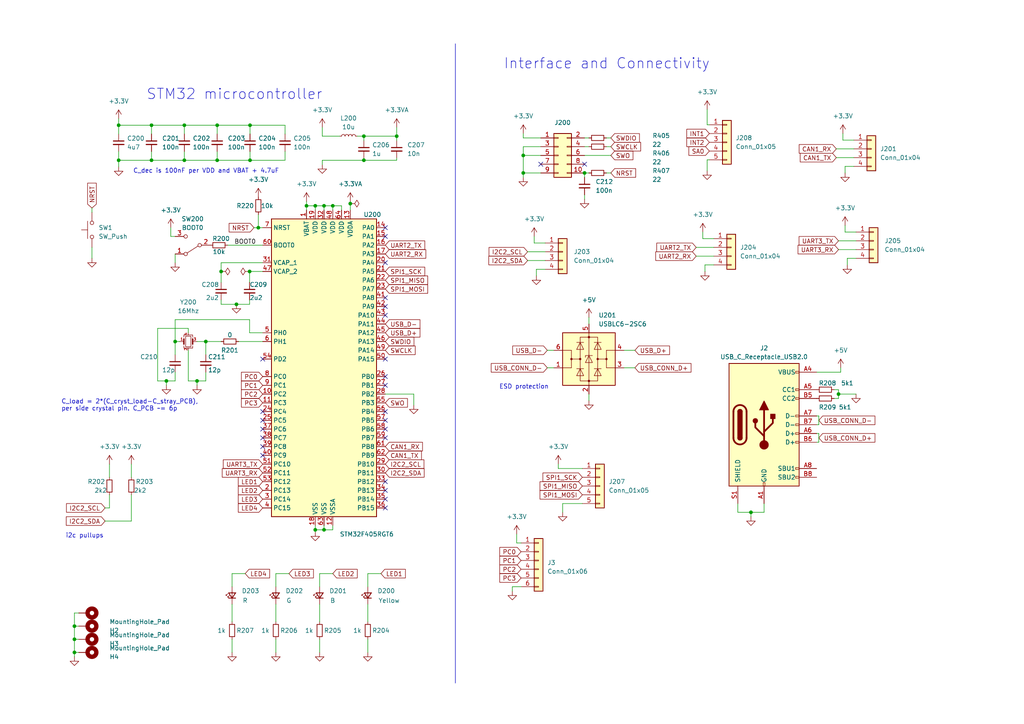
<source format=kicad_sch>
(kicad_sch (version 20230121) (generator eeschema)
  (paper "A4")
  (junction (at 62.992 36.322))
  (junction (at 59.69 99.06))
  (junction (at 34.417 36.322))
  (junction (at 72.517 36.322))
  (junction (at 53.467 36.322))
  (junction (at 62.992 46.482))
  (junction (at 72.39 78.74))
  (junction (at 101.6 59.055))
  (junction (at 68.58 88.265))
  (junction (at 74.93 66.04))
  (junction (at 105.537 39.497))
  (junction (at 43.942 46.482))
  (junction (at 88.9 59.69))
  (junction (at 96.52 59.69))
  (junction (at 91.44 59.69))
  (junction (at 93.98 153.67))
  (junction (at 72.517 46.482))
  (junction (at 43.942 36.322))
  (junction (at 48.26 110.49))
  (junction (at 53.467 46.482))
  (junction (at 21.59 185.42))
  (junction (at 243.205 114.3))
  (junction (at 34.417 46.482))
  (junction (at 91.44 153.67))
  (junction (at 93.98 59.69))
  (junction (at 64.135 78.74))
  (junction (at 217.805 148.59))
  (junction (at 21.59 189.23))
  (junction (at 105.537 46.482))
  (junction (at 115.062 39.497))
  (junction (at 50.8 99.06))
  (junction (at 151.765 50.165))
  (junction (at 57.15 110.49))
  (junction (at 169.545 50.165))
  (junction (at 151.765 45.085))
  (junction (at 21.59 181.61))
  (no_connect (at 76.2 121.92))
  (no_connect (at 111.76 119.38))
  (no_connect (at 111.76 88.9))
  (no_connect (at 111.76 91.44))
  (no_connect (at 111.76 147.32))
  (no_connect (at 111.76 139.7))
  (no_connect (at 111.76 109.22))
  (no_connect (at 76.2 129.54))
  (no_connect (at 76.2 124.46))
  (no_connect (at 169.545 47.625))
  (no_connect (at 111.76 142.24))
  (no_connect (at 111.76 68.58))
  (no_connect (at 111.76 104.14))
  (no_connect (at 76.2 119.38))
  (no_connect (at 111.76 124.46))
  (no_connect (at 111.76 76.2))
  (no_connect (at 76.2 104.14))
  (no_connect (at 76.2 132.08))
  (no_connect (at 111.76 111.76))
  (no_connect (at 111.76 127))
  (no_connect (at 111.76 66.04))
  (no_connect (at 156.845 47.625))
  (no_connect (at 76.2 127))
  (no_connect (at 111.76 86.36))
  (no_connect (at 111.76 144.78))
  (no_connect (at 111.76 121.92))
  (wire (pts (xy 62.992 46.482) (xy 53.467 46.482)))
  (wire (pts (xy 247.65 40.64) (xy 244.475 40.64)))
  (wire (pts (xy 169.545 56.515) (xy 169.545 57.785)))
  (wire (pts (xy 169.545 40.005) (xy 170.815 40.005)))
  (wire (pts (xy 62.992 36.322) (xy 53.467 36.322)))
  (wire (pts (xy 88.9 58.42) (xy 88.9 59.69)))
  (wire (pts (xy 169.545 50.165) (xy 169.545 51.435)))
  (wire (pts (xy 43.942 46.482) (xy 34.417 46.482)))
  (wire (pts (xy 21.59 181.61) (xy 21.59 185.42)))
  (wire (pts (xy 236.855 128.27) (xy 237.49 128.27)))
  (wire (pts (xy 175.895 40.005) (xy 177.165 40.005)))
  (wire (pts (xy 21.59 185.42) (xy 21.59 189.23)))
  (wire (pts (xy 115.062 45.847) (xy 115.062 46.482)))
  (wire (pts (xy 59.69 99.06) (xy 64.135 99.06)))
  (wire (pts (xy 50.8 107.95) (xy 50.8 110.49)))
  (wire (pts (xy 221.615 148.59) (xy 221.615 146.05)))
  (wire (pts (xy 21.59 189.23) (xy 22.86 189.23)))
  (wire (pts (xy 180.975 101.6) (xy 184.15 101.6)))
  (wire (pts (xy 205.74 46.355) (xy 205.105 46.355)))
  (wire (pts (xy 243.205 114.3) (xy 243.205 115.57)))
  (wire (pts (xy 151.765 40.005) (xy 156.845 40.005)))
  (wire (pts (xy 69.215 99.06) (xy 76.2 99.06)))
  (wire (pts (xy 72.517 46.482) (xy 62.992 46.482)))
  (wire (pts (xy 67.31 185.42) (xy 67.31 189.23)))
  (wire (pts (xy 151.765 45.085) (xy 151.765 50.165)))
  (wire (pts (xy 161.925 135.89) (xy 161.925 134.62)))
  (wire (pts (xy 72.517 43.942) (xy 72.517 46.482)))
  (wire (pts (xy 158.75 101.6) (xy 160.655 101.6)))
  (wire (pts (xy 158.75 106.68) (xy 160.655 106.68)))
  (wire (pts (xy 57.15 110.49) (xy 59.69 110.49)))
  (wire (pts (xy 170.815 114.3) (xy 170.815 116.205)))
  (wire (pts (xy 111.76 114.3) (xy 120.015 114.3)))
  (wire (pts (xy 207.01 69.215) (xy 203.835 69.215)))
  (wire (pts (xy 80.01 175.26) (xy 80.01 180.34)))
  (wire (pts (xy 67.31 175.26) (xy 67.31 180.34)))
  (wire (pts (xy 115.062 39.497) (xy 105.537 39.497)))
  (wire (pts (xy 53.467 36.322) (xy 53.467 38.862)))
  (wire (pts (xy 236.855 107.95) (xy 243.84 107.95)))
  (wire (pts (xy 31.75 143.51) (xy 31.75 147.32)))
  (wire (pts (xy 245.11 67.31) (xy 245.11 65.405)))
  (wire (pts (xy 82.677 36.322) (xy 72.517 36.322)))
  (wire (pts (xy 83.82 166.37) (xy 80.01 166.37)))
  (wire (pts (xy 45.72 110.49) (xy 48.26 110.49)))
  (wire (pts (xy 72.39 86.995) (xy 72.39 88.265)))
  (wire (pts (xy 73.66 66.04) (xy 74.93 66.04)))
  (wire (pts (xy 101.6 58.42) (xy 101.6 59.055)))
  (wire (pts (xy 53.467 46.482) (xy 43.942 46.482)))
  (wire (pts (xy 106.68 185.42) (xy 106.68 189.23)))
  (wire (pts (xy 26.67 60.325) (xy 26.67 61.595)))
  (wire (pts (xy 74.93 66.04) (xy 76.2 66.04)))
  (wire (pts (xy 204.47 76.835) (xy 204.47 78.74)))
  (wire (pts (xy 158.115 70.485) (xy 154.94 70.485)))
  (wire (pts (xy 217.805 148.59) (xy 217.805 149.86)))
  (wire (pts (xy 169.545 42.545) (xy 170.815 42.545)))
  (wire (pts (xy 26.67 71.755) (xy 26.67 74.93)))
  (wire (pts (xy 201.93 74.295) (xy 207.01 74.295)))
  (wire (pts (xy 99.06 59.69) (xy 96.52 59.69)))
  (wire (pts (xy 154.94 70.485) (xy 154.94 68.58)))
  (wire (pts (xy 96.52 59.69) (xy 93.98 59.69)))
  (wire (pts (xy 54.61 101.6) (xy 54.61 110.49)))
  (wire (pts (xy 92.71 185.42) (xy 92.71 189.23)))
  (wire (pts (xy 115.062 36.957) (xy 115.062 39.497)))
  (wire (pts (xy 236.855 123.19) (xy 237.49 123.19)))
  (wire (pts (xy 72.39 78.74) (xy 76.2 78.74)))
  (wire (pts (xy 151.765 42.545) (xy 151.765 45.085)))
  (wire (pts (xy 59.69 107.95) (xy 59.69 110.49)))
  (wire (pts (xy 21.59 185.42) (xy 22.86 185.42)))
  (wire (pts (xy 71.12 166.37) (xy 67.31 166.37)))
  (wire (pts (xy 169.545 45.085) (xy 177.165 45.085)))
  (wire (pts (xy 53.467 36.322) (xy 43.942 36.322)))
  (wire (pts (xy 54.61 96.52) (xy 54.61 95.25)))
  (wire (pts (xy 64.135 88.265) (xy 68.58 88.265)))
  (wire (pts (xy 213.995 148.59) (xy 217.805 148.59)))
  (wire (pts (xy 91.44 59.69) (xy 91.44 60.96)))
  (wire (pts (xy 92.71 166.37) (xy 92.71 170.18)))
  (wire (pts (xy 151.13 157.48) (xy 149.86 157.48)))
  (wire (pts (xy 72.39 88.265) (xy 68.58 88.265)))
  (wire (pts (xy 241.935 113.03) (xy 243.205 113.03)))
  (wire (pts (xy 93.472 39.497) (xy 98.552 39.497)))
  (wire (pts (xy 243.205 72.39) (xy 248.285 72.39)))
  (wire (pts (xy 38.1 143.51) (xy 38.1 151.13)))
  (wire (pts (xy 62.992 43.942) (xy 62.992 46.482)))
  (wire (pts (xy 72.517 36.322) (xy 62.992 36.322)))
  (wire (pts (xy 106.68 175.26) (xy 106.68 180.34)))
  (wire (pts (xy 57.15 110.49) (xy 57.15 111.76)))
  (wire (pts (xy 54.61 95.25) (xy 45.72 95.25)))
  (wire (pts (xy 93.472 46.482) (xy 105.537 46.482)))
  (wire (pts (xy 21.59 177.8) (xy 22.86 177.8)))
  (wire (pts (xy 170.815 92.075) (xy 170.815 93.98)))
  (wire (pts (xy 88.9 59.69) (xy 88.9 60.96)))
  (wire (pts (xy 57.15 99.06) (xy 59.69 99.06)))
  (wire (pts (xy 115.062 40.767) (xy 115.062 39.497)))
  (wire (pts (xy 158.115 78.105) (xy 155.575 78.105)))
  (wire (pts (xy 64.135 86.995) (xy 64.135 88.265)))
  (wire (pts (xy 93.98 59.69) (xy 93.98 60.96)))
  (wire (pts (xy 74.93 62.23) (xy 74.93 66.04)))
  (wire (pts (xy 245.745 74.93) (xy 245.745 76.835)))
  (wire (pts (xy 21.59 189.23) (xy 21.59 190.5)))
  (wire (pts (xy 96.52 152.4) (xy 96.52 153.67)))
  (wire (pts (xy 82.677 46.482) (xy 72.517 46.482)))
  (wire (pts (xy 59.69 99.06) (xy 59.69 102.87)))
  (wire (pts (xy 50.8 68.58) (xy 49.53 68.58)))
  (wire (pts (xy 99.06 60.96) (xy 99.06 59.69)))
  (wire (pts (xy 203.835 69.215) (xy 203.835 67.31)))
  (wire (pts (xy 207.01 76.835) (xy 204.47 76.835)))
  (wire (pts (xy 149.86 157.48) (xy 149.86 154.94)))
  (wire (pts (xy 92.71 175.26) (xy 92.71 180.34)))
  (wire (pts (xy 30.48 147.32) (xy 31.75 147.32)))
  (wire (pts (xy 156.845 42.545) (xy 151.765 42.545)))
  (wire (pts (xy 82.677 38.862) (xy 82.677 36.322)))
  (wire (pts (xy 243.205 115.57) (xy 241.935 115.57)))
  (wire (pts (xy 156.845 50.165) (xy 151.765 50.165)))
  (wire (pts (xy 101.6 59.055) (xy 101.6 60.96)))
  (wire (pts (xy 93.98 152.4) (xy 93.98 153.67)))
  (wire (pts (xy 242.57 45.72) (xy 247.65 45.72)))
  (wire (pts (xy 105.537 39.497) (xy 105.537 40.767)))
  (wire (pts (xy 21.59 181.61) (xy 22.86 181.61)))
  (wire (pts (xy 93.472 47.752) (xy 93.472 46.482)))
  (wire (pts (xy 236.855 125.73) (xy 237.49 125.73)))
  (wire (pts (xy 243.205 114.3) (xy 248.285 114.3)))
  (wire (pts (xy 53.467 43.942) (xy 53.467 46.482)))
  (wire (pts (xy 96.52 59.69) (xy 96.52 60.96)))
  (wire (pts (xy 96.52 153.67) (xy 93.98 153.67)))
  (wire (pts (xy 115.062 46.482) (xy 105.537 46.482)))
  (polyline (pts (xy 132.08 12.7) (xy 132.08 198.12)))
  (wire (pts (xy 244.475 40.64) (xy 244.475 38.735)))
  (wire (pts (xy 43.942 36.322) (xy 43.942 38.862)))
  (wire (pts (xy 243.84 107.95) (xy 243.84 106.68)))
  (wire (pts (xy 236.855 120.65) (xy 237.49 120.65)))
  (wire (pts (xy 31.75 134.62) (xy 31.75 138.43)))
  (wire (pts (xy 242.57 43.18) (xy 247.65 43.18)))
  (wire (pts (xy 62.992 36.322) (xy 62.992 38.862)))
  (wire (pts (xy 21.59 181.61) (xy 21.59 177.8)))
  (wire (pts (xy 43.942 43.942) (xy 43.942 46.482)))
  (wire (pts (xy 163.195 146.05) (xy 163.195 148.59)))
  (wire (pts (xy 201.93 71.755) (xy 207.01 71.755)))
  (wire (pts (xy 153.035 75.565) (xy 158.115 75.565)))
  (wire (pts (xy 120.015 114.3) (xy 120.015 117.475)))
  (wire (pts (xy 72.517 36.322) (xy 72.517 38.862)))
  (wire (pts (xy 80.01 166.37) (xy 80.01 170.18)))
  (wire (pts (xy 93.472 36.957) (xy 93.472 39.497)))
  (wire (pts (xy 148.59 170.18) (xy 151.13 170.18)))
  (wire (pts (xy 155.575 78.105) (xy 155.575 80.01)))
  (wire (pts (xy 168.91 135.89) (xy 161.925 135.89)))
  (wire (pts (xy 237.49 125.73) (xy 237.49 128.27)))
  (wire (pts (xy 245.11 48.26) (xy 245.11 50.165)))
  (wire (pts (xy 52.07 99.06) (xy 50.8 99.06)))
  (wire (pts (xy 72.39 92.71) (xy 50.8 92.71)))
  (wire (pts (xy 237.49 120.65) (xy 237.49 123.19)))
  (wire (pts (xy 34.417 34.417) (xy 34.417 36.322)))
  (wire (pts (xy 50.8 99.06) (xy 50.8 102.87)))
  (wire (pts (xy 205.105 31.75) (xy 205.105 36.195)))
  (wire (pts (xy 175.895 42.545) (xy 177.165 42.545)))
  (wire (pts (xy 43.942 36.322) (xy 34.417 36.322)))
  (wire (pts (xy 248.285 67.31) (xy 245.11 67.31)))
  (wire (pts (xy 67.31 166.37) (xy 67.31 170.18)))
  (wire (pts (xy 50.8 73.66) (xy 50.8 76.2)))
  (wire (pts (xy 34.417 43.942) (xy 34.417 46.482)))
  (wire (pts (xy 38.1 134.62) (xy 38.1 138.43)))
  (wire (pts (xy 217.805 148.59) (xy 221.615 148.59)))
  (wire (pts (xy 243.205 113.03) (xy 243.205 114.3)))
  (wire (pts (xy 148.59 171.45) (xy 148.59 170.18)))
  (wire (pts (xy 91.44 152.4) (xy 91.44 153.67)))
  (wire (pts (xy 48.26 110.49) (xy 48.26 111.76)))
  (wire (pts (xy 34.417 46.482) (xy 34.417 48.387)))
  (wire (pts (xy 64.135 78.74) (xy 64.135 76.2)))
  (wire (pts (xy 72.39 96.52) (xy 72.39 92.71)))
  (wire (pts (xy 168.91 146.05) (xy 163.195 146.05)))
  (wire (pts (xy 91.44 59.69) (xy 88.9 59.69)))
  (wire (pts (xy 151.765 50.165) (xy 151.765 51.435)))
  (wire (pts (xy 106.68 166.37) (xy 106.68 170.18)))
  (wire (pts (xy 80.01 185.42) (xy 80.01 189.23)))
  (wire (pts (xy 72.39 81.915) (xy 72.39 78.74)))
  (wire (pts (xy 213.995 146.05) (xy 213.995 148.59)))
  (wire (pts (xy 243.205 69.85) (xy 248.285 69.85)))
  (wire (pts (xy 50.8 110.49) (xy 48.26 110.49)))
  (wire (pts (xy 76.2 96.52) (xy 72.39 96.52)))
  (wire (pts (xy 105.537 46.482) (xy 105.537 45.847)))
  (wire (pts (xy 105.537 39.497) (xy 103.632 39.497)))
  (wire (pts (xy 91.44 153.67) (xy 91.44 154.305)))
  (wire (pts (xy 54.61 110.49) (xy 57.15 110.49)))
  (wire (pts (xy 175.895 50.165) (xy 177.165 50.165)))
  (wire (pts (xy 205.105 46.355) (xy 205.105 49.53)))
  (wire (pts (xy 151.765 45.085) (xy 156.845 45.085)))
  (wire (pts (xy 45.72 95.25) (xy 45.72 110.49)))
  (wire (pts (xy 38.1 151.13) (xy 30.48 151.13)))
  (wire (pts (xy 82.677 43.942) (xy 82.677 46.482)))
  (wire (pts (xy 169.545 50.165) (xy 170.815 50.165)))
  (wire (pts (xy 34.417 36.322) (xy 34.417 38.862)))
  (wire (pts (xy 64.135 81.915) (xy 64.135 78.74)))
  (wire (pts (xy 110.49 166.37) (xy 106.68 166.37)))
  (wire (pts (xy 151.765 38.735) (xy 151.765 40.005)))
  (wire (pts (xy 180.975 106.68) (xy 184.15 106.68)))
  (wire (pts (xy 93.98 153.67) (xy 91.44 153.67)))
  (wire (pts (xy 96.52 166.37) (xy 92.71 166.37)))
  (wire (pts (xy 248.285 74.93) (xy 245.745 74.93)))
  (wire (pts (xy 205.105 36.195) (xy 205.74 36.195)))
  (wire (pts (xy 66.04 71.12) (xy 76.2 71.12)))
  (wire (pts (xy 50.8 92.71) (xy 50.8 99.06)))
  (wire (pts (xy 49.53 68.58) (xy 49.53 66.04)))
  (wire (pts (xy 247.65 48.26) (xy 245.11 48.26)))
  (wire (pts (xy 93.98 59.69) (xy 91.44 59.69)))
  (wire (pts (xy 153.035 73.025) (xy 158.115 73.025)))
  (wire (pts (xy 64.135 76.2) (xy 76.2 76.2)))
  (text "Interface and Connectivity\n" (at 146.05 20.32 0) (effects (font (size 3 3)) (justify left bottom)))
  (text "i2c pullups" (at 19.05 156.21 0) (effects (font (size 1.27 1.27)) (justify left bottom)))
  (text "C_load = 2*(C_cryst_load-C_stray_PCB),\nper side crystal pin. C_PCB ~= 6p\n" (at 17.78 119.38 0) (effects (font (size 1.27 1.27)) (justify left bottom)))
  (text "ESD protection" (at 144.78 113.03 0) (effects (font (size 1.27 1.27)) (justify left bottom)))
  (text "STM32 microcontroller\n" (at 42.418 29.21 0) (effects (font (size 3 3)) (justify left bottom)))
  (text "C_dec is 100nF per VDD and VBAT + 4.7uF\n" (at 38.608 50.419 0) (effects (font (size 1.27 1.27)) (justify left bottom)))
  (label "BOOT0" (at 67.945 71.12 0))
  (global_label "SWCLK" (shape input) (at 177.165 42.545 0) (property "Intersheetrefs" "${INTERSHEET_REFS}" (effects hide)))
  (global_label "USB_CONN_D+" (shape input) (at 184.15 106.68 0) (property "Intersheetrefs" "${INTERSHEET_REFS}" (effects hide)))
  (global_label "PC1" (shape input) (at 76.2 111.76 180) (property "Intersheetrefs" "${INTERSHEET_REFS}" (effects hide)))
  (global_label "CAN1_TX" (shape input) (at 111.76 132.08 0) (property "Intersheetrefs" "${INTERSHEET_REFS}" (effects hide)))
  (global_label "USB_CONN_D+" (shape input) (at 237.49 127 0) (property "Intersheetrefs" "${INTERSHEET_REFS}" (effects hide)))
  (global_label "CAN1_RX" (shape input) (at 242.57 43.18 180) (property "Intersheetrefs" "${INTERSHEET_REFS}" (effects hide)))
  (global_label "SPI1_MOSI" (shape input) (at 168.91 143.51 180) (property "Intersheetrefs" "${INTERSHEET_REFS}" (effects hide)))
  (global_label "LED2" (shape input) (at 96.52 166.37 0) (property "Intersheetrefs" "${INTERSHEET_REFS}" (effects hide)))
  (global_label "INT1" (shape input) (at 205.74 38.735 180) (property "Intersheetrefs" "${INTERSHEET_REFS}" (effects hide)))
  (global_label "I2C2_SDA" (shape input) (at 111.76 137.16 0) (property "Intersheetrefs" "${INTERSHEET_REFS}" (effects hide)))
  (global_label "LED1" (shape input) (at 110.49 166.37 0) (property "Intersheetrefs" "${INTERSHEET_REFS}" (effects hide)))
  (global_label "USB_D+" (shape input) (at 111.76 96.52 0) (property "Intersheetrefs" "${INTERSHEET_REFS}" (effects hide)))
  (global_label "USB_D-" (shape input) (at 111.76 93.98 0) (property "Intersheetrefs" "${INTERSHEET_REFS}" (effects hide)))
  (global_label "PC0" (shape input) (at 76.2 109.22 180) (property "Intersheetrefs" "${INTERSHEET_REFS}" (effects hide)))
  (global_label "I2C2_SDA" (shape input) (at 153.035 75.565 180) (property "Intersheetrefs" "${INTERSHEET_REFS}" (effects hide)))
  (global_label "UART3_TX" (shape input) (at 243.205 69.85 180) (property "Intersheetrefs" "${INTERSHEET_REFS}" (effects hide)))
  (global_label "SWO" (shape input) (at 177.165 45.085 0) (property "Intersheetrefs" "${INTERSHEET_REFS}" (effects hide)))
  (global_label "NRST" (shape input) (at 177.165 50.165 0) (property "Intersheetrefs" "${INTERSHEET_REFS}" (effects hide)))
  (global_label "UART3_TX" (shape input) (at 76.2 134.62 180) (property "Intersheetrefs" "${INTERSHEET_REFS}" (effects hide)))
  (global_label "SPI1_MISO" (shape input) (at 168.91 140.97 180) (property "Intersheetrefs" "${INTERSHEET_REFS}" (effects hide)))
  (global_label "PC2" (shape input) (at 151.13 165.1 180) (property "Intersheetrefs" "${INTERSHEET_REFS}" (effects hide)))
  (global_label "LED3" (shape input) (at 76.2 144.78 180) (property "Intersheetrefs" "${INTERSHEET_REFS}" (effects hide)))
  (global_label "SPI1_MOSI" (shape input) (at 111.76 83.82 0) (property "Intersheetrefs" "${INTERSHEET_REFS}" (effects hide)))
  (global_label "I2C2_SCL" (shape input) (at 30.48 147.32 180) (property "Intersheetrefs" "${INTERSHEET_REFS}" (effects hide)))
  (global_label "SPI1_SCK" (shape input) (at 111.76 78.74 0) (property "Intersheetrefs" "${INTERSHEET_REFS}" (effects hide)))
  (global_label "NRST" (shape input) (at 26.67 60.325 90) (property "Intersheetrefs" "${INTERSHEET_REFS}" (effects hide)))
  (global_label "UART2_TX" (shape input) (at 201.93 71.755 180) (property "Intersheetrefs" "${INTERSHEET_REFS}" (effects hide)))
  (global_label "NRST" (shape input) (at 73.66 66.04 180) (property "Intersheetrefs" "${INTERSHEET_REFS}" (effects hide)))
  (global_label "USB_CONN_D-" (shape input) (at 237.49 121.92 0) (property "Intersheetrefs" "${INTERSHEET_REFS}" (effects hide)))
  (global_label "UART3_RX" (shape input) (at 76.2 137.16 180) (property "Intersheetrefs" "${INTERSHEET_REFS}" (effects hide)))
  (global_label "LED1" (shape input) (at 76.2 139.7 180) (property "Intersheetrefs" "${INTERSHEET_REFS}" (effects hide)))
  (global_label "PC3" (shape input) (at 151.13 167.64 180) (property "Intersheetrefs" "${INTERSHEET_REFS}" (effects hide)))
  (global_label "CAN1_RX" (shape input) (at 111.76 129.54 0) (property "Intersheetrefs" "${INTERSHEET_REFS}" (effects hide)))
  (global_label "I2C2_SCL" (shape input) (at 153.035 73.025 180) (property "Intersheetrefs" "${INTERSHEET_REFS}" (effects hide)))
  (global_label "INT2" (shape input) (at 205.74 41.275 180) (property "Intersheetrefs" "${INTERSHEET_REFS}" (effects hide)))
  (global_label "UART3_RX" (shape input) (at 243.205 72.39 180) (property "Intersheetrefs" "${INTERSHEET_REFS}" (effects hide)))
  (global_label "SWDIO" (shape input) (at 111.76 99.06 0) (property "Intersheetrefs" "${INTERSHEET_REFS}" (effects hide)))
  (global_label "PC0" (shape input) (at 151.13 160.02 180) (property "Intersheetrefs" "${INTERSHEET_REFS}" (effects hide)))
  (global_label "USB_D-" (shape input) (at 158.75 101.6 180) (property "Intersheetrefs" "${INTERSHEET_REFS}" (effects hide)))
  (global_label "UART2_TX" (shape input) (at 111.76 71.12 0) (property "Intersheetrefs" "${INTERSHEET_REFS}" (effects hide)))
  (global_label "I2C2_SCL" (shape input) (at 111.76 134.62 0) (property "Intersheetrefs" "${INTERSHEET_REFS}" (effects hide)))
  (global_label "USB_D+" (shape input) (at 184.15 101.6 0) (property "Intersheetrefs" "${INTERSHEET_REFS}" (effects hide)))
  (global_label "USB_CONN_D-" (shape input) (at 158.75 106.68 180) (property "Intersheetrefs" "${INTERSHEET_REFS}" (effects hide)))
  (global_label "UART2_RX" (shape input) (at 111.76 73.66 0) (property "Intersheetrefs" "${INTERSHEET_REFS}" (effects hide)))
  (global_label "PC2" (shape input) (at 76.2 114.3 180) (property "Intersheetrefs" "${INTERSHEET_REFS}" (effects hide)))
  (global_label "SWO" (shape input) (at 111.76 116.84 0) (property "Intersheetrefs" "${INTERSHEET_REFS}" (effects hide)))
  (global_label "LED3" (shape input) (at 83.82 166.37 0) (property "Intersheetrefs" "${INTERSHEET_REFS}" (effects hide)))
  (global_label "CAN1_TX" (shape input) (at 242.57 45.72 180) (property "Intersheetrefs" "${INTERSHEET_REFS}" (effects hide)))
  (global_label "PC3" (shape input) (at 76.2 116.84 180) (property "Intersheetrefs" "${INTERSHEET_REFS}" (effects hide)))
  (global_label "PC1" (shape input) (at 151.13 162.56 180) (property "Intersheetrefs" "${INTERSHEET_REFS}" (effects hide)))
  (global_label "LED2" (shape input) (at 76.2 142.24 180) (property "Intersheetrefs" "${INTERSHEET_REFS}" (effects hide)))
  (global_label "I2C2_SDA" (shape input) (at 30.48 151.13 180) (property "Intersheetrefs" "${INTERSHEET_REFS}" (effects hide)))
  (global_label "LED4" (shape input) (at 71.12 166.37 0) (property "Intersheetrefs" "${INTERSHEET_REFS}" (effects hide)))
  (global_label "SPI1_SCK" (shape input) (at 168.91 138.43 180) (property "Intersheetrefs" "${INTERSHEET_REFS}" (effects hide)))
  (global_label "SA0" (shape input) (at 205.74 43.815 180) (property "Intersheetrefs" "${INTERSHEET_REFS}" (effects hide)))
  (global_label "SWCLK" (shape input) (at 111.76 101.6 0) (property "Intersheetrefs" "${INTERSHEET_REFS}" (effects hide)))
  (global_label "SPI1_MISO" (shape input) (at 111.76 81.28 0) (property "Intersheetrefs" "${INTERSHEET_REFS}" (effects hide)))
  (global_label "SWDIO" (shape input) (at 177.165 40.005 0) (property "Intersheetrefs" "${INTERSHEET_REFS}" (effects hide)))
  (global_label "LED4" (shape input) (at 76.2 147.32 180) (property "Intersheetrefs" "${INTERSHEET_REFS}" (effects hide)))
  (global_label "UART2_RX" (shape input) (at 201.93 74.295 180) (property "Intersheetrefs" "${INTERSHEET_REFS}" (effects hide)))
  (symbol (lib_id "power:+3.3V") (at 74.93 57.15 0) (unit 1)
    (property "Reference" "#PWR01" (effects hide))
    (property "Value" "+3.3V" (at 74.93 52.07 0))
  )
  (symbol (lib_id "power:GND") (at 163.195 148.59 0) (unit 1)
    (property "Reference" "#PWR0159" (effects hide))
    (property "Value" "GND" (effects hide))
  )
  (symbol (lib_id "power:GND") (at 205.105 49.53 0) (unit 1)
    (property "Reference" "#PWR0161" (effects hide))
    (property "Value" "GND" (effects hide))
  )
  (symbol (lib_id "Mechanical:MountingHole_Pad") (at 25.4 185.42 270) (unit 1)
    (property "Reference" "H3" (at 31.75 186.69 90) (effects (justify left)))
    (property "Value" "MountingHole_Pad" (at 31.75 184.15 90) (effects (justify left)))
    (property "Footprint" "MountingHole:MountingHole_3.2mm_M3_Pad_Via" (effects hide))
  )
  (symbol (lib_id "power:GND") (at 120.015 117.475 0) (unit 1)
    (property "Reference" "#PWR04" (effects hide))
    (property "Value" "GND" (effects hide))
  )
  (symbol (lib_id "power:+3.3V") (at 31.75 134.62 0) (unit 1)
    (property "Reference" "#PWR0128" (effects hide))
    (property "Value" "+3.3V" (at 31.75 129.54 0))
  )
  (symbol (lib_id "power:GND") (at 67.31 189.23 0) (unit 1)
    (property "Reference" "#PWR0137" (effects hide))
    (property "Value" "GND" (effects hide))
  )
  (symbol (lib_id "power:GND") (at 26.67 74.93 0) (unit 1)
    (property "Reference" "#PWR05" (effects hide))
    (property "Value" "GND" (effects hide))
  )
  (symbol (lib_id "Device:R_Small") (at 239.395 113.03 270) (unit 1)
    (property "Reference" "R208" (at 240.03 111.125 90))
    (property "Value" "5k1" (at 245.745 111.125 90))
    (property "Footprint" "Resistor_SMD:R_0603_1608Metric" (effects hide))
    (property "PARTREV" "C25804" (effects hide))
  )
  (symbol (lib_id "Device:LED_Small") (at 67.31 172.72 90) (unit 1)
    (property "Reference" "D203" (at 70.104 171.3864 90) (effects (justify right)))
    (property "Value" "R" (at 70.358 174.1804 90) (effects (justify right)))
    (property "Footprint" "LED_SMD:LED_0603_1608Metric" (effects hide))
    (property "PARTREV" "C84256" (effects hide))
  )
  (symbol (lib_id "power:GND") (at 148.59 171.45 0) (unit 1)
    (property "Reference" "#PWR07" (effects hide))
    (property "Value" "GND" (effects hide))
  )
  (symbol (lib_id "power:PWR_FLAG") (at 101.6 59.055 270) (unit 1)
    (property "Reference" "#FLG0105" (effects hide))
    (property "Value" "PWR_FLAG" (effects hide))
  )
  (symbol (lib_id "power:+3.3V") (at 203.835 67.31 0) (unit 1)
    (property "Reference" "#PWR0144" (effects hide))
    (property "Value" "+3.3V" (at 203.835 62.23 0))
  )
  (symbol (lib_id "power:GND") (at 91.44 154.305 0) (unit 1)
    (property "Reference" "#PWR0132" (effects hide))
    (property "Value" "GND" (effects hide))
  )
  (symbol (lib_id "Connector_Generic:Conn_01x04") (at 163.195 73.025 0) (unit 1)
    (property "Reference" "J203" (at 166.37 73.0249 0) (effects (justify left)))
    (property "Value" "Conn_01x04" (at 166.37 75.5649 0) (effects (justify left)))
    (property "Footprint" "Connector_PinSocket_2.54mm:PinSocket_1x04_P2.54mm_Vertical" (effects hide))
  )
  (symbol (lib_id "power:PWR_FLAG") (at 64.135 78.74 270) (unit 1)
    (property "Reference" "#FLG0103" (effects hide))
    (property "Value" "PWR_FLAG" (effects hide))
  )
  (symbol (lib_id "power:GND") (at 48.26 111.76 0) (unit 1)
    (property "Reference" "#PWR0126" (effects hide))
    (property "Value" "GND" (effects hide))
  )
  (symbol (lib_id "Device:C_Small") (at 53.467 41.402 0) (unit 1)
    (property "Reference" "C202" (at 55.88 40.1382 0) (effects (justify left)))
    (property "Value" "100n" (at 55.88 42.6782 0) (effects (justify left)))
    (property "Footprint" "Capacitor_SMD:C_0805_2012Metric" (effects hide))
    (property "PARTREV" "C14663" (effects hide))
  )
  (symbol (lib_id "power:GND") (at 151.765 51.435 0) (unit 1)
    (property "Reference" "#PWR0140" (effects hide))
    (property "Value" "GND" (effects hide))
  )
  (symbol (lib_id "Connector_Generic:Conn_01x04") (at 212.09 71.755 0) (unit 1)
    (property "Reference" "J204" (at 214.63 71.7549 0) (effects (justify left)))
    (property "Value" "Conn_01x04" (at 214.63 74.2949 0) (effects (justify left)))
    (property "Footprint" "Connector_PinSocket_2.54mm:PinSocket_1x04_P2.54mm_Vertical" (effects hide))
  )
  (symbol (lib_id "Device:C_Small") (at 72.517 41.402 0) (unit 1)
    (property "Reference" "C204" (at 74.93 40.1382 0) (effects (justify left)))
    (property "Value" "100n" (at 74.93 42.6782 0) (effects (justify left)))
    (property "Footprint" "Capacitor_SMD:C_0805_2012Metric" (effects hide))
    (property "PARTREV" "C14663" (effects hide))
  )
  (symbol (lib_id "Mechanical:MountingHole_Pad") (at 25.4 177.8 270) (unit 1)
    (property "Reference" "H1" (effects hide))
    (property "Value" "MountingHole_Pad" (effects hide))
    (property "Footprint" "MountingHole:MountingHole_3.2mm_M3_Pad_Via" (effects hide))
  )
  (symbol (lib_id "Device:R_Small") (at 173.355 50.165 90) (unit 1)
    (property "Reference" "R407" (at 191.77 49.53 90))
    (property "Value" "22" (at 190.5 52.07 90))
    (property "Footprint" "Resistor_SMD:R_0603_1608Metric" (effects hide))
    (property "PARTREV" "C227717" (effects hide))
  )
  (symbol (lib_id "power:+5V") (at 170.815 92.075 0) (unit 1)
    (property "Reference" "#PWR0154" (effects hide))
    (property "Value" "+5V" (at 170.815 86.995 0))
  )
  (symbol (lib_id "power:GND") (at 50.8 76.2 0) (unit 1)
    (property "Reference" "#PWR0121" (effects hide))
    (property "Value" "GND" (effects hide))
  )
  (symbol (lib_id "power:+3.3VA") (at 101.6 58.42 0) (unit 1)
    (property "Reference" "#PWR0122" (effects hide))
    (property "Value" "+3.3VA" (at 101.6 53.34 0))
  )
  (symbol (lib_id "Device:R_Small") (at 80.01 182.88 180) (unit 1)
    (property "Reference" "R206" (at 83.82 182.88 0))
    (property "Value" "1k" (at 76.962 182.88 0))
    (property "Footprint" "Resistor_SMD:R_0603_1608Metric" (effects hide))
    (property "PARTREV" "C25804" (effects hide))
  )
  (symbol (lib_id "Connector_Generic:Conn_01x05") (at 173.99 140.97 0) (unit 1)
    (property "Reference" "J207" (at 176.53 139.6999 0) (effects (justify left)))
    (property "Value" "Conn_01x05" (at 176.53 142.2399 0) (effects (justify left)))
    (property "Footprint" "Connector_PinSocket_2.54mm:PinSocket_1x05_P2.54mm_Vertical" (effects hide))
  )
  (symbol (lib_id "power:+3.3VA") (at 115.062 36.957 0) (unit 1)
    (property "Reference" "#PWR0125" (effects hide))
    (property "Value" "+3.3VA" (at 115.062 31.877 0))
  )
  (symbol (lib_id "power:GND") (at 68.58 88.265 0) (unit 1)
    (property "Reference" "#PWR0120" (effects hide))
    (property "Value" "GND" (effects hide))
  )
  (symbol (lib_id "power:GND") (at 106.68 189.23 0) (unit 1)
    (property "Reference" "#PWR0135" (effects hide))
    (property "Value" "GND" (effects hide))
  )
  (symbol (lib_id "power:+3.3V") (at 88.9 58.42 0) (unit 1)
    (property "Reference" "#PWR0134" (effects hide))
    (property "Value" "+3.3V" (at 88.9 53.34 0))
  )
  (symbol (lib_id "Mechanical:MountingHole_Pad") (at 25.4 189.23 270) (unit 1)
    (property "Reference" "H4" (at 31.75 190.5 90) (effects (justify left)))
    (property "Value" "MountingHole_Pad" (at 31.75 187.96 90) (effects (justify left)))
    (property "Footprint" "MountingHole:MountingHole_3.2mm_M3_Pad_Via" (effects hide))
  )
  (symbol (lib_id "Connector:USB_C_Receptacle_USB2.0") (at 221.615 123.19 0) (unit 1)
    (property "Reference" "J2" (at 221.615 100.965 0))
    (property "Value" "USB_C_Receptacle_USB2.0" (at 221.615 103.505 0))
    (property "Footprint" "USB_C-USB4105-GF-A:GCT_USB4105-GF-A" (effects hide))
    (property "Datasheet" "https://www.usb.org/sites/default/files/documents/usb_type-c.zip" (effects hide))
  )
  (symbol (lib_id "Power_Protection:USBLC6-2SC6") (at 170.815 104.14 0) (unit 1)
    (property "Reference" "U201" (at 173.5837 91.44 0) (effects (justify left)))
    (property "Value" "USBLC6-2SC6" (at 173.5837 93.98 0) (effects (justify left)))
    (property "Footprint" "Package_TO_SOT_SMD:SOT-23-6" (effects hide))
    (property "Datasheet" "https://www.st.com/resource/en/datasheet/usblc6-2.pdf" (effects hide))
    (property "PARTREV" "C5261088" (effects hide))
    (property "Mouser" "511-USBLC6-2SC6" (effects hide))
  )
  (symbol (lib_id "power:GND") (at 217.805 149.86 0) (unit 1)
    (property "Reference" "#PWR02" (effects hide))
    (property "Value" "GND" (effects hide))
  )
  (symbol (lib_id "Device:C_Small") (at 82.677 41.402 0) (unit 1)
    (property "Reference" "C205" (at 85.09 40.1382 0) (effects (justify left)))
    (property "Value" "100n" (at 85.09 42.6782 0) (effects (justify left)))
    (property "Footprint" "Capacitor_SMD:C_0805_2012Metric" (effects hide))
    (property "PARTREV" "C14663" (effects hide))
  )
  (symbol (lib_id "Connector_Generic:Conn_01x04") (at 252.73 43.18 0) (unit 1)
    (property "Reference" "J201" (at 255.27 43.1799 0) (effects (justify left)))
    (property "Value" "Conn_01x04" (at 255.27 45.7199 0) (effects (justify left)))
    (property "Footprint" "Connector_PinSocket_2.54mm:PinSocket_1x04_P2.54mm_Vertical" (effects hide))
  )
  (symbol (lib_id "power:+3.3V") (at 205.105 31.75 0) (unit 1)
    (property "Reference" "#PWR0162" (effects hide))
    (property "Value" "+3.3V" (at 205.105 26.67 0))
  )
  (symbol (lib_id "power:+3.3V") (at 49.53 66.04 0) (unit 1)
    (property "Reference" "#PWR0133" (effects hide))
    (property "Value" "+3.3V" (at 49.53 60.96 0))
  )
  (symbol (lib_id "Device:Crystal_GND24_Small") (at 54.61 99.06 0) (unit 1)
    (property "Reference" "Y200" (at 54.61 87.63 0))
    (property "Value" "16Mhz" (at 54.61 90.17 0))
    (property "Footprint" "Crystal:Crystal_SMD_3225-4Pin_3.2x2.5mm" (effects hide))
    (property "PARTREV" "C13738" (effects hide))
    (property "Mouser" "815-ASEAIG-16MHZ-CST" (effects hide))
  )
  (symbol (lib_id "Device:R_Small") (at 74.93 59.69 180) (unit 1)
    (property "Reference" "R220" (at 71.12 59.69 0))
    (property "Value" "10k" (at 77.47 59.69 0))
    (property "Footprint" "Resistor_SMD:R_0603_1608Metric" (effects hide))
    (property "PARTREV" "C25804" (effects hide))
  )
  (symbol (lib_id "Device:LED_Small") (at 92.71 172.72 90) (unit 1)
    (property "Reference" "D201" (at 95.504 171.3864 90) (effects (justify right)))
    (property "Value" "B" (at 95.758 174.1804 90) (effects (justify right)))
    (property "Footprint" "LED_SMD:LED_0603_1608Metric" (effects hide))
    (property "PARTREV" "C84256" (effects hide))
  )
  (symbol (lib_id "Switch:SW_Push") (at 26.67 66.675 90) (unit 1)
    (property "Reference" "SW1" (at 28.575 66.04 90) (effects (justify right)))
    (property "Value" "SW_Push" (at 28.575 68.58 90) (effects (justify right)))
    (property "Footprint" "SMD_PUSH_BUTTON-SKRPACE010:SW_SKRPACE010" (effects hide))
  )
  (symbol (lib_id "Device:C_Small") (at 62.992 41.402 0) (unit 1)
    (property "Reference" "C203" (at 66.04 40.1382 0) (effects (justify left)))
    (property "Value" "100n" (at 66.04 42.6782 0) (effects (justify left)))
    (property "Footprint" "Capacitor_SMD:C_0805_2012Metric" (effects hide))
    (property "PARTREV" "C14663" (effects hide))
  )
  (symbol (lib_id "power:GND") (at 245.11 50.165 0) (unit 1)
    (property "Reference" "#PWR0143" (effects hide))
    (property "Value" "GND" (effects hide))
  )
  (symbol (lib_id "Device:R_Small") (at 92.71 182.88 180) (unit 1)
    (property "Reference" "R205" (at 96.52 182.88 0))
    (property "Value" "1k" (at 89.662 182.88 0))
    (property "Footprint" "Resistor_SMD:R_0603_1608Metric" (effects hide))
    (property "PARTREV" "C25804" (effects hide))
  )
  (symbol (lib_id "Device:R_Small") (at 173.355 42.545 90) (unit 1)
    (property "Reference" "R406" (at 191.77 44.45 90))
    (property "Value" "22" (at 190.5 46.99 90))
    (property "Footprint" "Resistor_SMD:R_0603_1608Metric" (effects hide))
    (property "PARTREV" "C227717" (effects hide))
  )
  (symbol (lib_id "Connector_Generic:Conn_01x06") (at 156.21 162.56 0) (unit 1)
    (property "Reference" "J3" (at 158.75 163.195 0) (effects (justify left)))
    (property "Value" "Conn_01x06" (at 158.75 165.735 0) (effects (justify left)))
    (property "Footprint" "Connector_PinSocket_2.54mm:PinSocket_1x06_P2.54mm_Vertical" (effects hide))
  )
  (symbol (lib_id "Device:R_Small") (at 67.31 182.88 180) (unit 1)
    (property "Reference" "R207" (at 71.12 182.88 0))
    (property "Value" "1k" (at 64.262 182.88 0))
    (property "Footprint" "Resistor_SMD:R_0603_1608Metric" (effects hide))
    (property "PARTREV" "C25804" (effects hide))
  )
  (symbol (lib_id "power:GND") (at 248.285 114.3 0) (unit 1)
    (property "Reference" "#PWR0150" (effects hide))
    (property "Value" "GND" (effects hide))
  )
  (symbol (lib_id "MCU_ST_STM32F4:STM32F405RGTx") (at 93.98 106.68 0) (unit 1)
    (property "Reference" "U200" (at 105.41 62.23 0) (effects (justify left)))
    (property "Value" "STM32F405RGT6" (at 98.5394 154.94 0) (effects (justify left)))
    (property "Footprint" "Package_QFP:LQFP-64_10x10mm_P0.5mm" (effects hide))
    (property "Datasheet" "http://www.st.com/st-web-ui/static/active/en/resource/technical/document/datasheet/DM00037051.pdf" (effects hide))
    (property "PARTREV" "C15742" (effects hide))
    (property "Mouser" "511-STM32F405RGT6" (effects hide))
  )
  (symbol (lib_id "Device:R_Small") (at 63.5 71.12 90) (unit 1)
    (property "Reference" "R200" (at 64.135 69.215 90))
    (property "Value" "10k" (at 63.5 73.025 90))
    (property "Footprint" "Resistor_SMD:R_0603_1608Metric" (effects hide))
    (property "PARTREV" "C25804" (effects hide))
  )
  (symbol (lib_id "power:GND") (at 155.575 80.01 0) (unit 1)
    (property "Reference" "#PWR0153" (effects hide))
    (property "Value" "GND" (effects hide))
  )
  (symbol (lib_id "power:+3.3V") (at 244.475 38.735 0) (unit 1)
    (property "Reference" "#PWR0142" (effects hide))
    (property "Value" "+3.3V" (at 244.475 33.655 0))
  )
  (symbol (lib_id "power:+3.3V") (at 154.94 68.58 0) (unit 1)
    (property "Reference" "#PWR0152" (effects hide))
    (property "Value" "+3.3V" (at 154.94 63.5 0))
  )
  (symbol (lib_id "Device:C_Small") (at 43.942 41.402 0) (unit 1)
    (property "Reference" "C201" (at 46.99 40.1382 0) (effects (justify left)))
    (property "Value" "100n" (at 46.99 42.6782 0) (effects (justify left)))
    (property "Footprint" "Capacitor_SMD:C_0805_2012Metric" (effects hide))
    (property "PARTREV" "C14663" (effects hide))
  )
  (symbol (lib_id "Device:C_Small") (at 50.8 105.41 0) (unit 1)
    (property "Reference" "C210" (at 40.64 103.505 0) (effects (justify left)))
    (property "Value" "12p" (at 46.99 107.315 0) (effects (justify left)))
    (property "Footprint" "Capacitor_SMD:C_0805_2012Metric" (effects hide))
    (property "PARTREV" "C38523" (effects hide))
  )
  (symbol (lib_id "Device:C_Small") (at 169.545 53.975 0) (unit 1)
    (property "Reference" "C212" (at 172.72 52.7112 0) (effects (justify left)))
    (property "Value" "100n" (at 172.72 55.2512 0) (effects (justify left)))
    (property "Footprint" "Capacitor_SMD:C_0805_2012Metric" (effects hide))
    (property "PARTREV" "C14663" (effects hide))
  )
  (symbol (lib_id "Device:LED_Small") (at 80.01 172.72 90) (unit 1)
    (property "Reference" "D202" (at 82.804 171.3864 90) (effects (justify right)))
    (property "Value" "G" (at 83.058 174.1804 90) (effects (justify right)))
    (property "Footprint" "LED_SMD:LED_0603_1608Metric" (effects hide))
    (property "PARTREV" "C84256" (effects hide))
  )
  (symbol (lib_id "power:+3.3V") (at 38.1 134.62 0) (unit 1)
    (property "Reference" "#PWR0129" (effects hide))
    (property "Value" "+3.3V" (at 38.1 129.54 0))
  )
  (symbol (lib_id "power:GND") (at 92.71 189.23 0) (unit 1)
    (property "Reference" "#PWR0136" (effects hide))
    (property "Value" "GND" (effects hide))
  )
  (symbol (lib_id "power:GND") (at 245.745 76.835 0) (unit 1)
    (property "Reference" "#PWR0149" (effects hide))
    (property "Value" "GND" (effects hide))
  )
  (symbol (lib_id "Switch:SW_SPDT") (at 55.88 71.12 180) (unit 1)
    (property "Reference" "SW200" (at 55.88 63.5 0))
    (property "Value" "BOOT0" (at 55.88 66.04 0))
    (property "Footprint" "Button_Switch_SMD:SW_SPDT_PCM12" (effects hide))
  )
  (symbol (lib_id "Device:R_Small") (at 31.75 140.97 180) (unit 1)
    (property "Reference" "R202" (at 27.94 139.7 0))
    (property "Value" "2k2" (at 29.21 142.24 0))
    (property "Footprint" "Resistor_SMD:R_0603_1608Metric" (effects hide))
    (property "PARTREV" "C23162" (effects hide))
  )
  (symbol (lib_id "Device:R_Small") (at 239.395 115.57 270) (unit 1)
    (property "Reference" "R209" (at 240.03 118.11 90))
    (property "Value" "5k1" (at 245.11 118.11 90))
    (property "Footprint" "Resistor_SMD:R_0603_1608Metric" (effects hide))
    (property "PARTREV" "C25804" (effects hide))
  )
  (symbol (lib_id "power:GND") (at 21.59 190.5 0) (unit 1)
    (property "Reference" "#PWR0139" (effects hide))
    (property "Value" "GND" (effects hide))
  )
  (symbol (lib_id "Device:C_Small") (at 115.062 43.307 0) (unit 1)
    (property "Reference" "C207" (at 118.11 42.0432 0) (effects (justify left)))
    (property "Value" "10n" (at 118.11 44.5832 0) (effects (justify left)))
    (property "Footprint" "Capacitor_SMD:C_0805_2012Metric" (effects hide))
    (property "PARTREV" "C57112" (effects hide))
  )
  (symbol (lib_id "Device:C_Small") (at 72.39 84.455 0) (unit 1)
    (property "Reference" "C209" (at 72.39 82.55 0) (effects (justify left)))
    (property "Value" "2u2" (at 72.39 86.36 0) (effects (justify left)))
    (property "Footprint" "Capacitor_SMD:C_0603_1608Metric" (effects hide))
    (property "PARTREV" "C23630" (effects hide))
  )
  (symbol (lib_id "power:GND") (at 93.472 47.752 0) (unit 1)
    (property "Reference" "#PWR0123" (effects hide))
    (property "Value" "GND" (effects hide))
  )
  (symbol (lib_id "Connector_Generic:Conn_01x05") (at 210.82 41.275 0) (unit 1)
    (property "Reference" "J208" (at 213.36 40.0049 0) (effects (justify left)))
    (property "Value" "Conn_01x05" (at 213.36 42.5449 0) (effects (justify left)))
    (property "Footprint" "Connector_PinSocket_2.54mm:PinSocket_1x05_P2.54mm_Vertical" (effects hide))
  )
  (symbol (lib_id "power:PWR_FLAG") (at 72.39 78.74 90) (unit 1)
    (property "Reference" "#FLG0104" (effects hide))
    (property "Value" "PWR_FLAG" (effects hide))
  )
  (symbol (lib_id "power:+3.3V") (at 245.11 65.405 0) (unit 1)
    (property "Reference" "#PWR0148" (effects hide))
    (property "Value" "+3.3V" (at 245.11 60.325 0))
  )
  (symbol (lib_id "Mechanical:MountingHole_Pad") (at 25.4 181.61 270) (unit 1)
    (property "Reference" "H2" (at 31.75 182.88 90) (effects (justify left)))
    (property "Value" "MountingHole_Pad" (at 31.75 180.34 90) (effects (justify left)))
    (property "Footprint" "MountingHole:MountingHole_3.2mm_M3_Pad_Via" (effects hide))
  )
  (symbol (lib_id "power:GND") (at 170.815 116.205 0) (unit 1)
    (property "Reference" "#PWR0155" (effects hide))
    (property "Value" "GND" (effects hide))
  )
  (symbol (lib_id "power:GND") (at 169.545 57.785 0) (unit 1)
    (property "Reference" "#PWR0145" (effects hide))
    (property "Value" "GND" (effects hide))
  )
  (symbol (lib_id "power:GND") (at 80.01 189.23 0) (unit 1)
    (property "Reference" "#PWR0138" (effects hide))
    (property "Value" "GND" (effects hide))
  )
  (symbol (lib_id "Device:R_Small") (at 106.68 182.88 180) (unit 1)
    (property "Reference" "R204" (at 110.49 182.88 0))
    (property "Value" "1k" (at 103.632 182.88 0))
    (property "Footprint" "Resistor_SMD:R_0603_1608Metric" (effects hide))
    (property "PARTREV" "C25804" (effects hide))
  )
  (symbol (lib_id "Device:R_Small") (at 173.355 40.005 90) (unit 1)
    (property "Reference" "R405" (at 191.77 39.37 90))
    (property "Value" "22" (at 190.5 41.91 90))
    (property "Footprint" "Resistor_SMD:R_0603_1608Metric" (effects hide))
    (property "PARTREV" "C227717" (effects hide))
  )
  (symbol (lib_id "power:+3.3V") (at 151.765 38.735 0) (unit 1)
    (property "Reference" "#PWR0141" (effects hide))
    (property "Value" "+3.3V" (at 151.765 33.655 0))
  )
  (symbol (lib_id "Device:C_Small") (at 59.69 105.41 0) (unit 1)
    (property "Reference" "C211" (at 60.325 103.505 0) (effects (justify left)))
    (property "Value" "12p" (at 60.325 107.315 0) (effects (justify left)))
    (property "Footprint" "Capacitor_SMD:C_0805_2012Metric" (effects hide))
    (property "PARTREV" "C38523" (effects hide))
  )
  (symbol (lib_id "power:GND") (at 34.417 48.387 0) (unit 1)
    (property "Reference" "#PWR0131" (effects hide))
    (property "Value" "GND" (effects hide))
  )
  (symbol (lib_id "power:+3.3V") (at 93.472 36.957 0) (unit 1)
    (property "Reference" "#PWR0124" (effects hide))
    (property "Value" "+3.3V" (at 93.472 31.877 0))
  )
  (symbol (lib_id "Device:LED_Small") (at 106.68 172.72 90) (unit 1)
    (property "Reference" "D200" (at 109.474 171.3864 90) (effects (justify right)))
    (property "Value" "Yellow" (at 109.728 174.1804 90) (effects (justify right)))
    (property "Footprint" "LED_SMD:LED_0603_1608Metric" (effects hide))
    (property "PARTREV" "C84256" (effects hide))
  )
  (symbol (lib_id "power:+3.3V") (at 149.86 154.94 0) (unit 1)
    (property "Reference" "#PWR08" (effects hide))
    (property "Value" "+3.3V" (at 149.86 149.86 0))
  )
  (symbol (lib_id "Device:R_Small") (at 38.1 140.97 180) (unit 1)
    (property "Reference" "R203" (at 41.91 139.7 0))
    (property "Value" "2k2" (at 40.64 142.24 0))
    (property "Footprint" "Resistor_SMD:R_0603_1608Metric" (effects hide))
    (property "PARTREV" "C23162" (effects hide))
  )
  (symbol (lib_id "power:+5V") (at 243.84 106.68 0) (unit 1)
    (property "Reference" "#PWR03" (effects hide))
    (property "Value" "+5V" (at 243.84 101.6 0))
  )
  (symbol (lib_id "Device:R_Small") (at 66.675 99.06 90) (unit 1)
    (property "Reference" "R201" (at 66.675 101.6 90))
    (property "Value" "0" (at 66.675 97.155 90))
    (property "Footprint" "Resistor_SMD:R_0603_1608Metric" (effects hide))
    (property "PARTREV" "C22764" (effects hide))
  )
  (symbol (lib_id "Device:L_Small") (at 101.092 39.497 90) (unit 1)
    (property "Reference" "L200" (at 101.092 34.29 90))
    (property "Value" "10u" (at 101.092 36.83 90))
    (property "Footprint" "Inductor_SMD:L_0805_2012Metric_Pad1.05x1.20mm_HandSolder" (effects hide))
    (property "PARTREV" "C1051" (effects hide))
    (property "Mouser" "710-742792151" (effects hide))
  )
  (symbol (lib_id "Connector_Generic:Conn_01x04") (at 253.365 69.85 0) (unit 1)
    (property "Reference" "J205" (at 256.54 69.8499 0) (effects (justify left)))
    (property "Value" "Conn_01x04" (at 256.54 72.3899 0) (effects (justify left)))
    (property "Footprint" "Connector_PinSocket_2.54mm:PinSocket_1x04_P2.54mm_Vertical" (effects hide))
  )
  (symbol (lib_id "power:GND") (at 204.47 78.74 0) (unit 1)
    (property "Reference" "#PWR0157" (effects hide))
    (property "Value" "GND" (effects hide))
  )
  (symbol (lib_id "power:GND") (at 57.15 111.76 0) (unit 1)
    (property "Reference" "#PWR0127" (effects hide))
    (property "Value" "GND" (effects hide))
  )
  (symbol (lib_id "power:+3.3V") (at 161.925 134.62 0) (unit 1)
    (property "Reference" "#PWR0156" (effects hide))
    (property "Value" "+3.3V" (at 161.925 129.54 0))
  )
  (symbol (lib_id "Device:C_Small") (at 64.135 84.455 0) (unit 1)
    (property "Reference" "C208" (at 58.42 82.55 0) (effects (justify left)))
    (property "Value" "2u2" (at 59.69 86.36 0) (effects (justify left)))
    (property "Footprint" "Capacitor_SMD:C_0603_1608Metric" (effects hide))
    (property "PARTREV" "C23630" (effects hide))
  )
  (symbol (lib_id "Device:C_Small") (at 105.537 43.307 0) (unit 1)
    (property "Reference" "C206" (at 107.95 42.0432 0) (effects (justify left)))
    (property "Value" "1u" (at 107.95 44.5832 0) (effects (justify left)))
    (property "Footprint" "Capacitor_SMD:C_0805_2012Metric" (effects hide))
    (property "PARTREV" "C15849" (effects hide))
  )
  (symbol (lib_id "Device:C_Small") (at 34.417 41.402 0) (unit 1)
    (property "Reference" "C200" (at 36.83 40.1382 0) (effects (justify left)))
    (property "Value" "4u7" (at 36.83 42.6782 0) (effects (justify left)))
    (property "Footprint" "Capacitor_SMD:C_0805_2012Metric" (effects hide))
    (property "JLC" "C29823" (effects hide))
    (property "PARTREV" "C29823" (effects hide))
  )
  (symbol (lib_id "power:+3.3V") (at 34.417 34.417 0) (unit 1)
    (property "Reference" "#PWR0130" (effects hide))
    (property "Value" "+3.3V" (at 34.417 29.337 0))
  )
  (symbol (lib_id "Connector_Generic:Conn_02x05_Odd_Even") (at 161.925 45.085 0) (unit 1)
    (property "Reference" "J200" (at 163.195 35.56 0))
    (property "Value" "Conn_02x05_Odd_Even" (effects hide))
    (property "Footprint" "Connector_PinSocket_2.54mm:PinSocket_2x05_P2.54mm_Vertical" (effects hide))
  )
)
</source>
